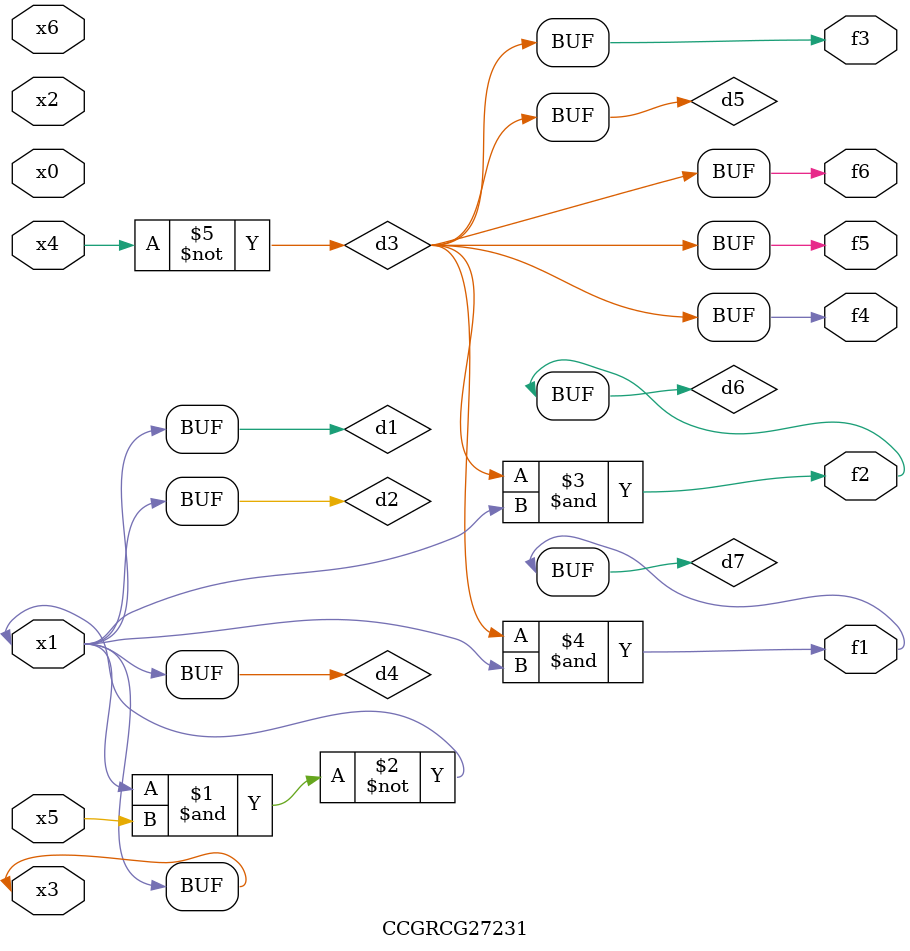
<source format=v>
module CCGRCG27231(
	input x0, x1, x2, x3, x4, x5, x6,
	output f1, f2, f3, f4, f5, f6
);

	wire d1, d2, d3, d4, d5, d6, d7;

	buf (d1, x1, x3);
	nand (d2, x1, x5);
	not (d3, x4);
	buf (d4, d1, d2);
	buf (d5, d3);
	and (d6, d3, d4);
	and (d7, d3, d4);
	assign f1 = d7;
	assign f2 = d6;
	assign f3 = d5;
	assign f4 = d5;
	assign f5 = d5;
	assign f6 = d5;
endmodule

</source>
